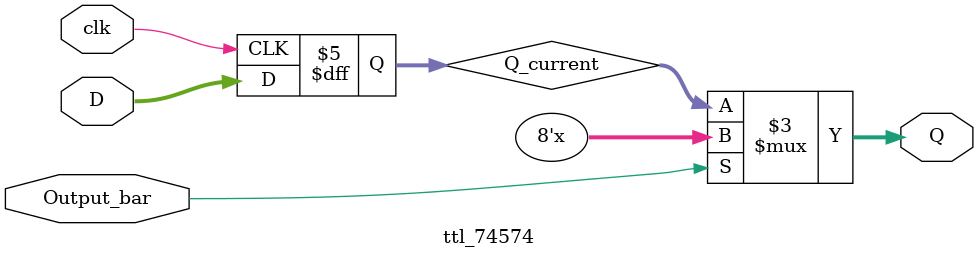
<source format=v>

/* verilator lint_off DECLFILENAME */
module ttl_74574 #(parameter WIDTH = 8, DELAY_RISE = 7, DELAY_FALL = 7)
(
  input Output_bar,
  input clk,
  input [WIDTH-1:0] D,
  output [WIDTH-1:0] Q
);

//------------------------------------------------//
reg [WIDTH-1:0] Q_current=0;

always @(posedge clk)
  Q_current <= D;

//------------------------------------------------//

/* verilator lint_off ASSIGNDLY */
assign #(DELAY_RISE, DELAY_FALL) Q = (!Output_bar) ? Q_current : {WIDTH{1'bz}};
/* verilator lint_on ASSIGNDLY */

endmodule
/* verilator lint_on DECLFILENAME */

</source>
